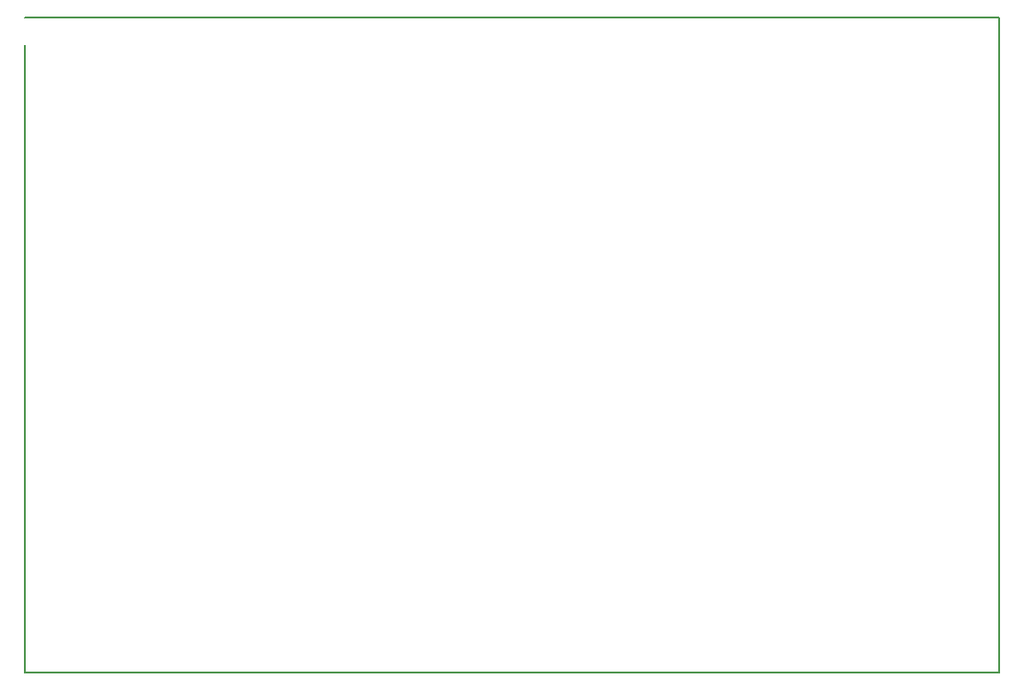
<source format=gbr>
%TF.GenerationSoftware,KiCad,Pcbnew,(5.1.6)-1*%
%TF.CreationDate,2021-01-11T16:43:42-05:00*%
%TF.ProjectId,GLV_BOBV6,474c565f-424f-4425-9636-2e6b69636164,rev?*%
%TF.SameCoordinates,Original*%
%TF.FileFunction,Profile,NP*%
%FSLAX46Y46*%
G04 Gerber Fmt 4.6, Leading zero omitted, Abs format (unit mm)*
G04 Created by KiCad (PCBNEW (5.1.6)-1) date 2021-01-11 16:43:42*
%MOMM*%
%LPD*%
G01*
G04 APERTURE LIST*
%TA.AperFunction,Profile*%
%ADD10C,0.150000*%
%TD*%
G04 APERTURE END LIST*
D10*
X207010000Y-15875000D02*
X117475000Y-15875000D01*
X207010000Y-76200000D02*
X207010000Y-15875000D01*
X117475000Y-76200000D02*
X207010000Y-76200000D01*
X117475000Y-18415000D02*
X117475000Y-76200000D01*
M02*

</source>
